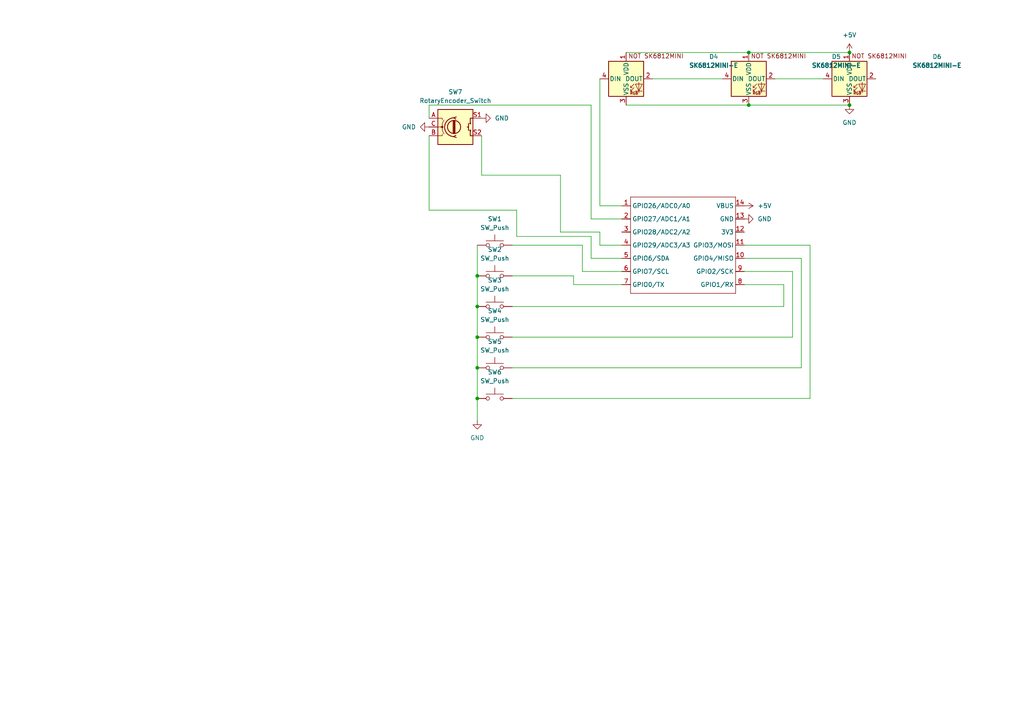
<source format=kicad_sch>
(kicad_sch (version 20250114) (generator "eeschema") (generator_version "9.0")
  (paper "A4")
  (lib_symbols
    (symbol "Device:RotaryEncoder_Switch" (pin_names (offset 0.254) (hide yes))
      (property "Reference" "SW" (at 0 6.604 0))
      (property "Value" "RotaryEncoder_Switch" (at 0 -6.604 0))
      (symbol "RotaryEncoder_Switch_0_1"
        (rectangle (start -5.08 5.08) (end 5.08 -5.08) (stroke (width 0.254)) (fill (type background)))
        (polyline (pts (xy -5.08 2.54) (xy -3.81 2.54) (xy -3.81 2.032)))
        (polyline (pts (xy -5.08 0) (xy -3.81 0) (xy -3.81 -1.016) (xy -3.302 -2.032)))
        (polyline (pts (xy -5.08 -2.54) (xy -3.81 -2.54) (xy -3.81 -2.032)))
        (polyline (pts (xy -4.318 0) (xy -3.81 0) (xy -3.81 1.016) (xy -3.302 2.032)))
        (circle (center -3.81 0) (radius 0.254) (fill (type outline)))
        (polyline (pts (xy -0.635 -1.778) (xy -0.635 1.778)) (stroke (width 0.254)))
        (circle (center -0.381 0) (radius 1.905) (stroke (width 0.254)))
        (polyline (pts (xy -0.381 -1.778) (xy -0.381 1.778)) (stroke (width 0.254)))
        (arc (start -0.381 -2.794) (mid -3.0988 -0.0635) (end -0.381 2.667) (stroke (width 0.254)))
        (polyline (pts (xy -0.127 1.778) (xy -0.127 -1.778)) (stroke (width 0.254)))
        (polyline (pts (xy 0.254 2.921) (xy -0.508 2.667) (xy 0.127 2.286)) (stroke (width 0.254)))
        (polyline (pts (xy 0.254 -3.048) (xy -0.508 -2.794) (xy 0.127 -2.413)) (stroke (width 0.254)))
        (polyline (pts (xy 3.81 1.016) (xy 3.81 -1.016)) (stroke (width 0.254)))
        (polyline (pts (xy 3.81 0) (xy 3.429 0)) (stroke (width 0.254)))
        (circle (center 4.318 1.016) (radius 0.127) (stroke (width 0.254)))
        (circle (center 4.318 -1.016) (radius 0.127) (stroke (width 0.254)))
        (polyline (pts (xy 5.08 2.54) (xy 4.318 2.54) (xy 4.318 1.016)) (stroke (width 0.254)))
        (polyline (pts (xy 5.08 -2.54) (xy 4.318 -2.54) (xy 4.318 -1.016)) (stroke (width 0.254)))
      )
      (symbol "RotaryEncoder_Switch_1_1"
        (pin passive line (at -7.62 2.54 0) (length 2.54) (name "A") (number "A"))
        (pin passive line (at -7.62 0 0) (length 2.54) (name "C") (number "C"))
        (pin passive line (at -7.62 -2.54 0) (length 2.54) (name "B") (number "B"))
        (pin passive line (at 7.62 2.54 180) (length 2.54) (name "S1") (number "S1"))
        (pin passive line (at 7.62 -2.54 180) (length 2.54) (name "S2") (number "S2"))
      )
    )
    (symbol "Hackclub Symbols:SK6812MINI-E" (pin_names (offset 0.254))
      (property "Reference" "D" (at -3.556 5.842 0))
      (property "Value" "SK6812MINI-E" (at 1.27 -5.715 0))
      (symbol "SK6812MINI-E_0_0"
        (text "RGB" (at 2.286 -4.191 0) (effects (font (size 0.762 0.762))))
      )
      (symbol "SK6812MINI-E_0_1"
        (rectangle (start -5.08 5.08) (end 5.08 -5.08) (stroke (width 0.254)) (fill (type background)))
        (polyline (pts (xy 1.27 -2.54) (xy 1.778 -2.54)))
        (polyline (pts (xy 1.27 -3.556) (xy 1.778 -3.556)))
        (polyline (pts (xy 2.286 -1.524) (xy 1.27 -2.54) (xy 1.27 -2.032)))
        (polyline (pts (xy 2.286 -2.54) (xy 1.27 -3.556) (xy 1.27 -3.048)))
        (polyline (pts (xy 3.683 -1.016) (xy 3.683 -3.556) (xy 3.683 -4.064)))
        (polyline (pts (xy 4.699 -1.524) (xy 2.667 -1.524) (xy 3.683 -3.556) (xy 4.699 -1.524)))
        (polyline (pts (xy 4.699 -3.556) (xy 2.667 -3.556)))
      )
      (symbol "SK6812MINI-E_1_1"
        (text "NOT SK6812MINI" (at 8.636 6.604 0) (effects (font (size 1.27 1.27))))
        (pin input line (at -7.62 0 0) (length 2.54) (name "DIN") (number "4"))
        (pin power_in line (at 0 7.62 270) (length 2.54) (name "VDD") (number "1"))
        (pin power_in line (at 0 -7.62 90) (length 2.54) (name "VSS") (number "3"))
        (pin output line (at 7.62 0 180) (length 2.54) (name "DOUT") (number "2"))
      )
    )
    (symbol "OPL:XIAO-RP2040-DIP"
      (property "Reference" "U" (at 0 0 0))
      (property "Value" "XIAO-RP2040-DIP" (at 5.334 -1.778 0))
      (symbol "XIAO-RP2040-DIP_1_0"
        (polyline (pts (xy -1.27 -2.54) (xy 29.21 -2.54)) (stroke (width 0.1524)))
        (polyline (pts (xy -1.27 -5.08) (xy -2.54 -5.08)) (stroke (width 0.1524)))
        (polyline (pts (xy -1.27 -5.08) (xy -1.27 -2.54)) (stroke (width 0.1524)))
        (polyline (pts (xy -1.27 -8.89) (xy -2.54 -8.89)) (stroke (width 0.1524)))
        (polyline (pts (xy -1.27 -8.89) (xy -1.27 -5.08)) (stroke (width 0.1524)))
        (polyline (pts (xy -1.27 -12.7) (xy -2.54 -12.7)) (stroke (width 0.1524)))
        (polyline (pts (xy -1.27 -12.7) (xy -1.27 -8.89)) (stroke (width 0.1524)))
        (polyline (pts (xy -1.27 -16.51) (xy -2.54 -16.51)) (stroke (width 0.1524)))
        (polyline (pts (xy -1.27 -16.51) (xy -1.27 -12.7)) (stroke (width 0.1524)))
        (polyline (pts (xy -1.27 -20.32) (xy -2.54 -20.32)) (stroke (width 0.1524)))
        (polyline (pts (xy -1.27 -24.13) (xy -2.54 -24.13)) (stroke (width 0.1524)))
        (polyline (pts (xy -1.27 -27.94) (xy -2.54 -27.94)) (stroke (width 0.1524)))
        (polyline (pts (xy -1.27 -30.48) (xy -1.27 -16.51)) (stroke (width 0.1524)))
        (polyline (pts (xy 29.21 -2.54) (xy 29.21 -5.08)) (stroke (width 0.1524)))
        (polyline (pts (xy 29.21 -5.08) (xy 29.21 -8.89)) (stroke (width 0.1524)))
        (polyline (pts (xy 29.21 -8.89) (xy 29.21 -12.7)) (stroke (width 0.1524)))
        (polyline (pts (xy 29.21 -12.7) (xy 29.21 -30.48)) (stroke (width 0.1524)))
        (polyline (pts (xy 29.21 -30.48) (xy -1.27 -30.48)) (stroke (width 0.1524)))
        (polyline (pts (xy 30.48 -5.08) (xy 29.21 -5.08)) (stroke (width 0.1524)))
        (polyline (pts (xy 30.48 -8.89) (xy 29.21 -8.89)) (stroke (width 0.1524)))
        (polyline (pts (xy 30.48 -12.7) (xy 29.21 -12.7)) (stroke (width 0.1524)))
        (polyline (pts (xy 30.48 -16.51) (xy 29.21 -16.51)) (stroke (width 0.1524)))
        (polyline (pts (xy 30.48 -20.32) (xy 29.21 -20.32)) (stroke (width 0.1524)))
        (polyline (pts (xy 30.48 -24.13) (xy 29.21 -24.13)) (stroke (width 0.1524)))
        (polyline (pts (xy 30.48 -27.94) (xy 29.21 -27.94)) (stroke (width 0.1524)))
        (pin passive line (at -3.81 -5.08 0) (length 2.54) (name "GPIO26/ADC0/A0") (number "1"))
        (pin passive line (at -3.81 -8.89 0) (length 2.54) (name "GPIO27/ADC1/A1") (number "2"))
        (pin passive line (at -3.81 -12.7 0) (length 2.54) (name "GPIO28/ADC2/A2") (number "3"))
        (pin passive line (at -3.81 -16.51 0) (length 2.54) (name "GPIO29/ADC3/A3") (number "4"))
        (pin passive line (at -3.81 -20.32 0) (length 2.54) (name "GPIO6/SDA") (number "5"))
        (pin passive line (at -3.81 -24.13 0) (length 2.54) (name "GPIO7/SCL") (number "6"))
        (pin passive line (at -3.81 -27.94 0) (length 2.54) (name "GPIO0/TX") (number "7"))
        (pin passive line (at 31.75 -5.08 180) (length 2.54) (name "VBUS") (number "14"))
        (pin passive line (at 31.75 -8.89 180) (length 2.54) (name "GND") (number "13"))
        (pin passive line (at 31.75 -12.7 180) (length 2.54) (name "3V3") (number "12"))
        (pin passive line (at 31.75 -16.51 180) (length 2.54) (name "GPIO3/MOSI") (number "11"))
        (pin passive line (at 31.75 -20.32 180) (length 2.54) (name "GPIO4/MISO") (number "10"))
        (pin passive line (at 31.75 -24.13 180) (length 2.54) (name "GPIO2/SCK") (number "9"))
        (pin passive line (at 31.75 -27.94 180) (length 2.54) (name "GPIO1/RX") (number "8"))
      )
    )
    (symbol "Switch:SW_Push" (pin_numbers (hide yes)) (pin_names (offset 1.016) (hide yes))
      (property "Reference" "SW" (at 1.27 2.54 0))
      (property "Value" "SW_Push" (at 0 -1.524 0))
      (symbol "SW_Push_0_1"
        (circle (center -2.032 0) (radius 0.508))
        (polyline (pts (xy 0 1.27) (xy 0 3.048)))
        (circle (center 2.032 0) (radius 0.508))
        (polyline (pts (xy 2.54 1.27) (xy -2.54 1.27)))
        (pin passive line (at -5.08 0 0) (length 2.54) (name "1") (number "1"))
        (pin passive line (at 5.08 0 180) (length 2.54) (name "2") (number "2"))
      )
    )
    (symbol "power:+5V" (power) (pin_numbers (hide yes)) (pin_names (offset 0) (hide yes))
      (property "Value" "+5V" (at 0 3.556 0))
      (symbol "+5V_0_1"
        (polyline (pts (xy -0.762 1.27) (xy 0 2.54)))
        (polyline (pts (xy 0 2.54) (xy 0.762 1.27)))
        (polyline (pts (xy 0 0) (xy 0 2.54)))
      )
      (symbol "+5V_1_1"
        (pin power_in line (at 0 0 90) (length 0) (name "~") (number "1"))
      )
    )
    (symbol "power:GND" (power) (pin_numbers (hide yes)) (pin_names (offset 0) (hide yes))
      (property "Value" "GND" (at 0 -3.81 0))
      (symbol "GND_0_1"
        (polyline (pts (xy 0 0) (xy 0 -1.27) (xy 1.27 -1.27) (xy 0 -2.54) (xy -1.27 -1.27) (xy 0 -1.27)))
      )
      (symbol "GND_1_1"
        (pin power_in line (at 0 0 270) (length 0) (name "~") (number "1"))
      )
    )
  )
  (junction (at 138.43 106.68))
  (junction (at 138.43 97.79))
  (junction (at 246.38 30.48))
  (junction (at 217.17 15.24))
  (junction (at 217.17 30.48))
  (junction (at 138.43 115.57))
  (junction (at 246.38 15.24))
  (junction (at 138.43 80.01))
  (junction (at 138.43 88.9))
  (wire (pts (xy 171.45 63.5) (xy 180.34 63.5)))
  (wire (pts (xy 232.41 74.93) (xy 232.41 106.68)))
  (wire (pts (xy 138.43 115.57) (xy 138.43 121.92)))
  (wire (pts (xy 180.34 78.74) (xy 168.91 78.74)))
  (wire (pts (xy 138.43 97.79) (xy 138.43 106.68)))
  (wire (pts (xy 224.79 22.86) (xy 238.76 22.86)))
  (wire (pts (xy 232.41 106.68) (xy 148.59 106.68)))
  (wire (pts (xy 124.46 30.48) (xy 124.46 34.29)))
  (wire (pts (xy 215.9 71.12) (xy 234.95 71.12)))
  (wire (pts (xy 139.7 39.37) (xy 139.7 50.8)))
  (wire (pts (xy 171.45 74.93) (xy 180.34 74.93)))
  (wire (pts (xy 189.23 22.86) (xy 209.55 22.86)))
  (wire (pts (xy 234.95 115.57) (xy 148.59 115.57)))
  (wire (pts (xy 138.43 106.68) (xy 138.43 115.57)))
  (wire (pts (xy 138.43 80.01) (xy 138.43 88.9)))
  (wire (pts (xy 215.9 78.74) (xy 229.87 78.74)))
  (wire (pts (xy 180.34 82.55) (xy 166.37 82.55)))
  (wire (pts (xy 171.45 30.48) (xy 171.45 63.5)))
  (wire (pts (xy 173.99 67.31) (xy 173.99 71.12)))
  (wire (pts (xy 229.87 78.74) (xy 229.87 97.79)))
  (wire (pts (xy 215.9 74.93) (xy 232.41 74.93)))
  (wire (pts (xy 162.56 50.8) (xy 139.7 50.8)))
  (wire (pts (xy 217.17 15.24) (xy 246.38 15.24)))
  (wire (pts (xy 166.37 80.01) (xy 148.59 80.01)))
  (wire (pts (xy 138.43 71.12) (xy 138.43 80.01)))
  (wire (pts (xy 229.87 97.79) (xy 148.59 97.79)))
  (wire (pts (xy 138.43 88.9) (xy 138.43 97.79)))
  (wire (pts (xy 149.86 68.58) (xy 171.45 68.58)))
  (wire (pts (xy 181.61 15.24) (xy 217.17 15.24)))
  (wire (pts (xy 234.95 71.12) (xy 234.95 115.57)))
  (wire (pts (xy 162.56 50.8) (xy 162.56 67.31)))
  (wire (pts (xy 215.9 82.55) (xy 227.33 82.55)))
  (wire (pts (xy 173.99 22.86) (xy 173.99 59.69)))
  (wire (pts (xy 173.99 59.69) (xy 180.34 59.69)))
  (wire (pts (xy 166.37 82.55) (xy 166.37 80.01)))
  (wire (pts (xy 227.33 88.9) (xy 148.59 88.9)))
  (wire (pts (xy 124.46 60.96) (xy 149.86 60.96)))
  (wire (pts (xy 168.91 78.74) (xy 168.91 71.12)))
  (wire (pts (xy 171.45 68.58) (xy 171.45 74.93)))
  (wire (pts (xy 227.33 82.55) (xy 227.33 88.9)))
  (wire (pts (xy 181.61 30.48) (xy 217.17 30.48)))
  (wire (pts (xy 149.86 60.96) (xy 149.86 68.58)))
  (wire (pts (xy 124.46 60.96) (xy 124.46 39.37)))
  (wire (pts (xy 217.17 30.48) (xy 246.38 30.48)))
  (wire (pts (xy 168.91 71.12) (xy 148.59 71.12)))
  (wire (pts (xy 162.56 67.31) (xy 173.99 67.31)))
  (wire (pts (xy 124.46 30.48) (xy 171.45 30.48)))
  (wire (pts (xy 173.99 71.12) (xy 180.34 71.12)))
  (symbol (lib_id "Hackclub Symbols:SK6812MINI-E") (at 217.17 22.86 0) (unit 1)
    (property "Reference" "D5" (at 242.57 16.4398 0))
    (property "Value" "SK6812MINI-E" (at 242.57 18.9799 0) (effects (font (thickness 0.254) (bold yes))))
    (property "Footprint" "Hackclub Footprints:MX_SK6812MINI-E_REV" (effects (hide yes)))
    (property "Datasheet" "https://cdn-shop.adafruit.com/product-files/4960/4960_SK6812MINI-E_REV02_EN.pdf" (effects (hide yes)))
    (property "Description" "RGB LED with integrated controller" (effects (hide yes)))
  )
  (symbol (lib_id "OPL:XIAO-RP2040-DIP") (at 184.15 54.61 0) (unit 1)
    (property "Reference" "U1" (effects (hide yes)))
    (property "Value" "XIAO-RP2040-DIP" (effects (hide yes)))
    (property "Footprint" "OPL:XIAO-RP2040-DIP" (effects (hide yes)))
  )
  (symbol (lib_id "power:GND") (at 246.38 30.48 0) (unit 1)
    (property "Reference" "#PWR02" (effects (hide yes)))
    (property "Value" "GND" (at 246.38 35.56 0))
    (property "Description" "Power symbol creates a global label with name \"GND\" , ground" (effects (hide yes)))
  )
  (symbol (lib_id "power:+5V") (at 215.9 59.69 270) (unit 1)
    (property "Reference" "#PWR04" (effects (hide yes)))
    (property "Value" "+5V" (at 219.71 59.6899 90) (effects (justify left)))
    (property "Description" "Power symbol creates a global label with name \"+5V\"" (effects (hide yes)))
  )
  (symbol (lib_id "Device:RotaryEncoder_Switch") (at 132.08 36.83 0) (unit 1)
    (property "Reference" "SW7" (at 132.08 26.67 0))
    (property "Value" "RotaryEncoder_Switch" (at 132.08 29.21 0))
    (property "Footprint" "Rotary Encoders:RotaryEncoder_Alps_EC11E-Switch_Vertical_H20mm" (effects (hide yes)))
    (property "Description" "Rotary encoder, dual channel, incremental quadrate outputs, with switch" (effects (hide yes)))
  )
  (symbol (lib_id "Switch:SW_Push") (at 143.51 97.79 0) (unit 1)
    (property "Reference" "SW4" (at 143.51 90.17 0))
    (property "Value" "SW_Push" (at 143.51 92.71 0))
    (property "Footprint" "Button_Switch_Keyboard:SW_Cherry_MX_1.00u_PCB" (effects (hide yes)))
    (property "Description" "Push button switch, generic, two pins" (effects (hide yes)))
  )
  (symbol (lib_id "Switch:SW_Push") (at 143.51 71.12 0) (unit 1)
    (property "Reference" "SW1" (at 143.51 63.5 0))
    (property "Value" "SW_Push" (at 143.51 66.04 0))
    (property "Footprint" "Button_Switch_Keyboard:SW_Cherry_MX_1.00u_PCB" (effects (hide yes)))
    (property "Description" "Push button switch, generic, two pins" (effects (hide yes)))
  )
  (symbol (lib_id "Switch:SW_Push") (at 143.51 106.68 0) (unit 1)
    (property "Reference" "SW5" (at 143.51 99.06 0))
    (property "Value" "SW_Push" (at 143.51 101.6 0))
    (property "Footprint" "Button_Switch_Keyboard:SW_Cherry_MX_1.00u_PCB" (effects (hide yes)))
    (property "Description" "Push button switch, generic, two pins" (effects (hide yes)))
  )
  (symbol (lib_id "Hackclub Symbols:SK6812MINI-E") (at 246.38 22.86 0) (unit 1)
    (property "Reference" "D6" (at 271.78 16.4398 0))
    (property "Value" "SK6812MINI-E" (at 271.78 18.9799 0) (effects (font (thickness 0.254) (bold yes))))
    (property "Footprint" "Hackclub Footprints:MX_SK6812MINI-E_REV" (effects (hide yes)))
    (property "Datasheet" "https://cdn-shop.adafruit.com/product-files/4960/4960_SK6812MINI-E_REV02_EN.pdf" (effects (hide yes)))
    (property "Description" "RGB LED with integrated controller" (effects (hide yes)))
  )
  (symbol (lib_id "Switch:SW_Push") (at 143.51 80.01 0) (unit 1)
    (property "Reference" "SW2" (at 143.51 72.39 0))
    (property "Value" "SW_Push" (at 143.51 74.93 0))
    (property "Footprint" "Button_Switch_Keyboard:SW_Cherry_MX_1.00u_PCB" (effects (hide yes)))
    (property "Description" "Push button switch, generic, two pins" (effects (hide yes)))
  )
  (symbol (lib_id "Switch:SW_Push") (at 143.51 88.9 0) (unit 1)
    (property "Reference" "SW3" (at 143.51 81.28 0))
    (property "Value" "SW_Push" (at 143.51 83.82 0))
    (property "Footprint" "Button_Switch_Keyboard:SW_Cherry_MX_1.00u_PCB" (effects (hide yes)))
    (property "Description" "Push button switch, generic, two pins" (effects (hide yes)))
  )
  (symbol (lib_id "Switch:SW_Push") (at 143.51 115.57 0) (unit 1)
    (property "Reference" "SW6" (at 143.51 107.95 0))
    (property "Value" "SW_Push" (at 143.51 110.49 0))
    (property "Footprint" "Button_Switch_Keyboard:SW_Cherry_MX_1.00u_PCB" (effects (hide yes)))
    (property "Description" "Push button switch, generic, two pins" (effects (hide yes)))
  )
  (symbol (lib_id "power:GND") (at 124.46 36.83 270) (unit 1)
    (property "Reference" "#PWR07" (effects (hide yes)))
    (property "Value" "GND" (at 120.65 36.8299 90) (effects (justify right)))
    (property "Description" "Power symbol creates a global label with name \"GND\" , ground" (effects (hide yes)))
  )
  (symbol (lib_id "power:GND") (at 139.7 34.29 90) (unit 1)
    (property "Reference" "#PWR08" (effects (hide yes)))
    (property "Value" "GND" (at 143.51 34.2899 90) (effects (justify right)))
    (property "Description" "Power symbol creates a global label with name \"GND\" , ground" (effects (hide yes)))
  )
  (symbol (lib_id "power:GND") (at 215.9 63.5 90) (unit 1)
    (property "Reference" "#PWR05" (effects (hide yes)))
    (property "Value" "GND" (at 219.71 63.4999 90) (effects (justify right)))
    (property "Description" "Power symbol creates a global label with name \"GND\" , ground" (effects (hide yes)))
  )
  (symbol (lib_id "Hackclub Symbols:SK6812MINI-E") (at 181.61 22.86 0) (unit 1)
    (property "Reference" "D4" (at 207.01 16.4398 0))
    (property "Value" "SK6812MINI-E" (at 207.01 18.9799 0) (effects (font (thickness 0.254) (bold yes))))
    (property "Footprint" "Hackclub Footprints:MX_SK6812MINI-E_REV" (effects (hide yes)))
    (property "Datasheet" "https://cdn-shop.adafruit.com/product-files/4960/4960_SK6812MINI-E_REV02_EN.pdf" (effects (hide yes)))
    (property "Description" "RGB LED with integrated controller" (effects (hide yes)))
  )
  (symbol (lib_id "power:GND") (at 138.43 121.92 0) (unit 1)
    (property "Reference" "#PWR01" (effects (hide yes)))
    (property "Value" "GND" (at 138.43 127 0))
    (property "Description" "Power symbol creates a global label with name \"GND\" , ground" (effects (hide yes)))
  )
  (symbol (lib_id "power:+5V") (at 246.38 15.24 0) (unit 1)
    (property "Reference" "#PWR03" (effects (hide yes)))
    (property "Value" "+5V" (at 246.38 10.16 0))
    (property "Description" "Power symbol creates a global label with name \"+5V\"" (effects (hide yes)))
  )
)
</source>
